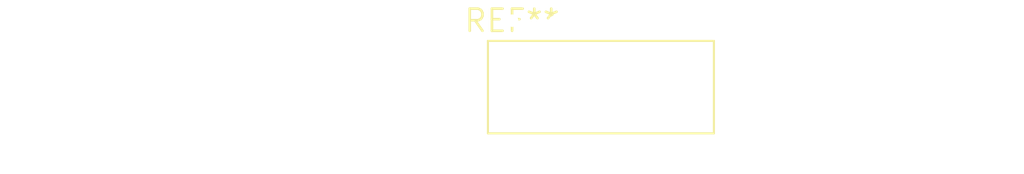
<source format=kicad_pcb>
(kicad_pcb (version 20240108) (generator pcbnew)
  (layers (0 "F.Cu" signal) (31 "B.Cu" signal) (34 "B.Paste" user) (35 "F.Paste" user) (36 "B.SilkS" user "B.Silkscreen") (37 "F.SilkS" user "F.Silkscreen") (38 "B.Mask" user) (39 "F.Mask" user) (44 "Edge.Cuts" user))
  (net 0 "")
  (footprint "Samtec_HLE-105-02-xx-DV-PE_2x05_P2.54mm_Horizontal" (layer "F.Cu") (at 0 0)
    (property "Reference" "REF**")
    (property "Value" "Samtec_HLE-105-02-xx-DV-PE_2x05_P2.54mm_Horizontal")
    (fp_line (start -1.38 1.16) (end 11.54 1.16) (layer "F.SilkS") (stroke (width 0.12)))
    (fp_line (start -1.38 6.46) (end -1.38 1.16) (layer "F.SilkS") (stroke (width 0.12)))
    (fp_line (start 11.54 1.16) (end 11.54 6.46) (layer "F.SilkS") (stroke (width 0.12)))
    (fp_line (start 11.54 6.46) (end -1.38 6.46) (layer "F.SilkS") (stroke (width 0.12)))
    (pad "" np_thru_hole circle (at 0 2.54) (size 1.4 1.4) (drill 1.4) (layers *.Cu *.Mask))
    (pad "" np_thru_hole circle (at 0 5.08) (size 1.4 1.4) (drill 1.4) (layers *.Cu *.Mask))
    (pad "" np_thru_hole circle (at 2.54 2.54) (size 1.4 1.4) (drill 1.4) (layers *.Cu *.Mask))
    (pad "" np_thru_hole circle (at 2.54 5.08) (size 1.4 1.4) (drill 1.4) (layers *.Cu *.Mask))
    (pad "" np_thru_hole circle (at 5.08 2.54) (size 1.4 1.4) (drill 1.4) (layers *.Cu *.Mask))
    (pad "" np_thru_hole circle (at 5.08 5.08) (size 1.4 1.4) (drill 1.4) (layers *.Cu *.Mask))
    (pad "" np_thru_hole circle (at 7.62 2.54) (size 1.4 1.4) (drill 1.4) (layers *.Cu *.Mask))
    (pad "" np_thru_hole circle (at 7.62 5.08) (size 1.4 1.4) (drill 1.4) (layers *.Cu *.Mask))
    (pad "" np_thru_hole circle (at 10.16 2.54) (size 1.4 1.4) (drill 1.4) (layers *.Cu *.Mask))
    (pad "" np_thru_hole circle (at 10.16 5.08) (size 1.4 1.4) (drill 1.4) (layers *.Cu *.Mask))
    (pad "1" thru_hole roundrect (at 0 0) (size 1.31 1.31) (drill 0.71) (layers *.Cu *.Mask) (remove_unused_layers) (roundrect_rratio 0.19084))
    (pad "2" thru_hole circle (at 0 7.62) (size 1.31 1.31) (drill 0.71) (layers *.Cu *.Mask) (remove_unused_layers))
    (pad "3" thru_hole circle (at 2.54 0) (size 1.31 1.31) (drill 0.71) (layers *.Cu *.Mask) (remove_unused_layers))
    (pad "4" thru_hole circle (at 2.54 7.62) (size 1.31 1.31) (drill 0.71) (layers *.Cu *.Mask) (remove_unused_layers))
    (pad "5" thru_hole circle (at 5.08 0) (size 1.31 1.31) (drill 0.71) (layers *.Cu *.Mask) (remove_unused_layers))
    (pad "6" thru_hole circle (at 5.08 7.62) (size 1.31 1.31) (drill 0.71) (layers *.Cu *.Mask) (remove_unused_layers))
    (pad "7" thru_hole circle (at 7.62 0) (size 1.31 1.31) (drill 0.71) (layers *.Cu *.Mask) (remove_unused_layers))
    (pad "8" thru_hole circle (at 7.62 7.62) (size 1.31 1.31) (drill 0.71) (layers *.Cu *.Mask) (remove_unused_layers))
    (pad "9" thru_hole circle (at 10.16 0) (size 1.31 1.31) (drill 0.71) (layers *.Cu *.Mask) (remove_unused_layers))
    (pad "10" thru_hole circle (at 10.16 7.62) (size 1.31 1.31) (drill 0.71) (layers *.Cu *.Mask) (remove_unused_layers))
  )
)
</source>
